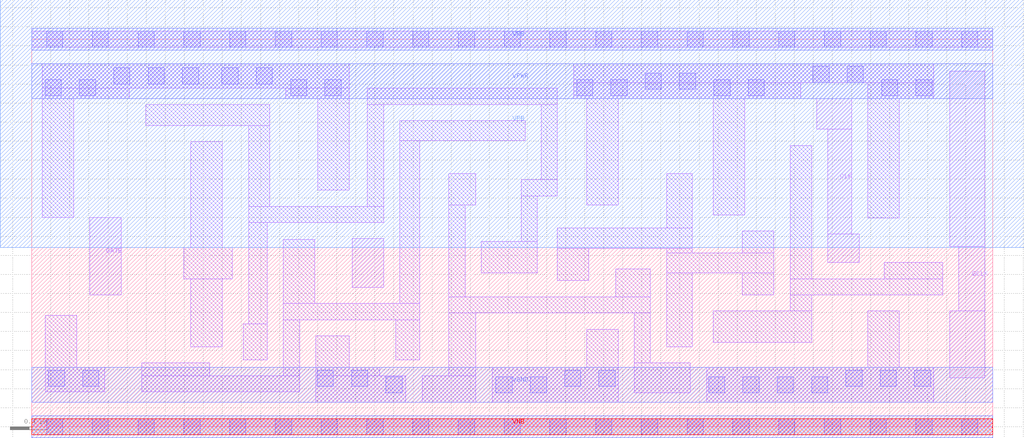
<source format=lef>
# Copyright 2020 The SkyWater PDK Authors
#
# Licensed under the Apache License, Version 2.0 (the "License");
# you may not use this file except in compliance with the License.
# You may obtain a copy of the License at
#
#     https://www.apache.org/licenses/LICENSE-2.0
#
# Unless required by applicable law or agreed to in writing, software
# distributed under the License is distributed on an "AS IS" BASIS,
# WITHOUT WARRANTIES OR CONDITIONS OF ANY KIND, either express or implied.
# See the License for the specific language governing permissions and
# limitations under the License.
#
# SPDX-License-Identifier: Apache-2.0

VERSION 5.7 ;
  NOWIREEXTENSIONATPIN ON ;
  DIVIDERCHAR "/" ;
  BUSBITCHARS "[]" ;
MACRO sky130_fd_sc_hvl__dlclkp_1
  CLASS CORE ;
  FOREIGN sky130_fd_sc_hvl__dlclkp_1 ;
  ORIGIN  0.000000  0.000000 ;
  SIZE  10.08000 BY  4.070000 ;
  SYMMETRY X Y ;
  SITE unithv ;
  PIN GATE
    ANTENNAGATEAREA  0.585000 ;
    DIRECTION INPUT ;
    USE SIGNAL ;
    PORT
      LAYER li1 ;
        RECT 0.610000 1.385000 0.940000 2.200000 ;
    END
  END GATE
  PIN GCLK
    ANTENNADIFFAREA  0.596250 ;
    DIRECTION OUTPUT ;
    USE SIGNAL ;
    PORT
      LAYER li1 ;
        RECT 9.630000 0.515000 9.995000 1.215000 ;
        RECT 9.630000 1.895000 9.995000 3.735000 ;
        RECT 9.725000 1.215000 9.995000 1.895000 ;
    END
  END GCLK
  PIN CLK
    ANTENNAGATEAREA  1.170000 ;
    DIRECTION INPUT ;
    USE CLOCK ;
    PORT
      LAYER li1 ;
        RECT 3.360000 1.465000 3.690000 1.975000 ;
        RECT 8.235000 3.125000 8.600000 3.445000 ;
        RECT 8.350000 1.725000 8.680000 2.025000 ;
        RECT 8.350000 2.025000 8.600000 3.125000 ;
    END
  END CLK
  PIN VGND
    DIRECTION INOUT ;
    USE GROUND ;
    PORT
      LAYER met1 ;
        RECT 0.000000 0.255000 10.080000 0.625000 ;
    END
  END VGND
  PIN VNB
    DIRECTION INOUT ;
    USE GROUND ;
    PORT
      LAYER met1 ;
        RECT 0.000000 -0.115000 10.080000 0.115000 ;
      LAYER pwell ;
        RECT 0.000000 -0.085000 10.080000 0.085000 ;
    END
  END VNB
  PIN VPB
    DIRECTION INOUT ;
    USE POWER ;
    PORT
      LAYER met1 ;
        RECT 0.000000 3.955000 10.080000 4.185000 ;
      LAYER nwell ;
        RECT -0.330000 1.885000 10.410000 4.485000 ;
    END
  END VPB
  PIN VPWR
    DIRECTION INOUT ;
    USE POWER ;
    PORT
      LAYER met1 ;
        RECT 0.000000 3.445000 10.080000 3.815000 ;
    END
  END VPWR
  OBS
    LAYER li1 ;
      RECT 0.000000 -0.085000 10.080000 0.085000 ;
      RECT 0.000000  3.985000 10.080000 4.155000 ;
      RECT 0.110000  2.200000  0.440000 3.445000 ;
      RECT 0.110000  3.445000  1.025000 3.555000 ;
      RECT 0.110000  3.555000  3.330000 3.815000 ;
      RECT 0.140000  0.365000  0.765000 0.625000 ;
      RECT 0.140000  0.625000  0.470000 1.170000 ;
      RECT 1.155000  0.365000  2.810000 0.535000 ;
      RECT 1.155000  0.535000  1.865000 0.670000 ;
      RECT 1.195000  3.165000  2.495000 3.385000 ;
      RECT 1.595000  1.555000  2.105000 1.885000 ;
      RECT 1.670000  0.840000  2.000000 1.555000 ;
      RECT 1.670000  1.885000  2.000000 2.995000 ;
      RECT 2.220000  0.705000  2.470000 1.080000 ;
      RECT 2.275000  1.080000  2.470000 2.145000 ;
      RECT 2.275000  2.145000  3.690000 2.315000 ;
      RECT 2.275000  2.315000  2.495000 3.165000 ;
      RECT 2.640000  0.535000  2.810000 1.125000 ;
      RECT 2.640000  1.125000  4.070000 1.295000 ;
      RECT 2.640000  1.295000  2.970000 1.965000 ;
      RECT 2.665000  3.445000  3.330000 3.555000 ;
      RECT 2.980000  0.255000  3.925000 0.535000 ;
      RECT 2.980000  0.535000  3.650000 0.625000 ;
      RECT 2.980000  0.625000  3.330000 0.955000 ;
      RECT 3.000000  2.485000  3.330000 3.445000 ;
      RECT 3.520000  2.315000  3.690000 3.385000 ;
      RECT 3.520000  3.385000  5.515000 3.555000 ;
      RECT 3.820000  0.705000  4.070000 1.125000 ;
      RECT 3.860000  1.295000  4.070000 3.005000 ;
      RECT 3.860000  3.005000  5.175000 3.215000 ;
      RECT 4.095000  0.255000  4.660000 0.535000 ;
      RECT 4.375000  0.535000  4.660000 1.195000 ;
      RECT 4.375000  1.195000  6.490000 1.365000 ;
      RECT 4.375000  1.365000  4.545000 2.330000 ;
      RECT 4.375000  2.330000  4.660000 2.660000 ;
      RECT 4.715000  1.615000  5.305000 1.945000 ;
      RECT 4.830000  0.255000  6.150000 0.625000 ;
      RECT 5.135000  1.945000  5.305000 2.425000 ;
      RECT 5.135000  2.425000  5.515000 2.595000 ;
      RECT 5.345000  2.595000  5.515000 3.385000 ;
      RECT 5.515000  1.535000  5.845000 1.875000 ;
      RECT 5.515000  1.875000  6.930000 2.085000 ;
      RECT 5.685000  3.445000  8.065000 3.615000 ;
      RECT 5.685000  3.615000  9.460000 3.815000 ;
      RECT 5.820000  0.625000  6.150000 1.025000 ;
      RECT 5.820000  2.330000  6.150000 3.445000 ;
      RECT 6.125000  1.365000  6.490000 1.655000 ;
      RECT 6.320000  0.355000  6.910000 0.670000 ;
      RECT 6.320000  0.670000  6.490000 1.195000 ;
      RECT 6.660000  0.840000  6.930000 1.615000 ;
      RECT 6.660000  1.615000  7.785000 1.825000 ;
      RECT 6.660000  1.825000  6.930000 1.875000 ;
      RECT 6.660000  2.085000  6.930000 2.660000 ;
      RECT 7.080000  0.255000  9.460000 0.625000 ;
      RECT 7.150000  0.885000  8.180000 1.215000 ;
      RECT 7.150000  2.225000  7.480000 3.445000 ;
      RECT 7.455000  1.385000  7.785000 1.615000 ;
      RECT 7.455000  1.825000  7.785000 2.055000 ;
      RECT 7.955000  1.215000  8.180000 1.385000 ;
      RECT 7.955000  1.385000  9.555000 1.555000 ;
      RECT 7.955000  1.555000  8.180000 2.955000 ;
      RECT 8.770000  0.625000  9.100000 1.215000 ;
      RECT 8.770000  2.195000  9.100000 3.445000 ;
      RECT 8.770000  3.445000  9.460000 3.615000 ;
      RECT 8.945000  1.555000  9.555000 1.725000 ;
    LAYER mcon ;
      RECT 0.140000  3.475000 0.310000 3.645000 ;
      RECT 0.155000 -0.085000 0.325000 0.085000 ;
      RECT 0.155000  3.985000 0.325000 4.155000 ;
      RECT 0.175000  0.425000 0.345000 0.595000 ;
      RECT 0.500000  3.475000 0.670000 3.645000 ;
      RECT 0.535000  0.425000 0.705000 0.595000 ;
      RECT 0.635000 -0.085000 0.805000 0.085000 ;
      RECT 0.635000  3.985000 0.805000 4.155000 ;
      RECT 0.860000  3.600000 1.030000 3.770000 ;
      RECT 1.115000 -0.085000 1.285000 0.085000 ;
      RECT 1.115000  3.985000 1.285000 4.155000 ;
      RECT 1.220000  3.600000 1.390000 3.770000 ;
      RECT 1.580000  3.600000 1.750000 3.770000 ;
      RECT 1.595000 -0.085000 1.765000 0.085000 ;
      RECT 1.595000  3.985000 1.765000 4.155000 ;
      RECT 1.995000  3.600000 2.165000 3.770000 ;
      RECT 2.075000 -0.085000 2.245000 0.085000 ;
      RECT 2.075000  3.985000 2.245000 4.155000 ;
      RECT 2.355000  3.600000 2.525000 3.770000 ;
      RECT 2.555000 -0.085000 2.725000 0.085000 ;
      RECT 2.555000  3.985000 2.725000 4.155000 ;
      RECT 2.715000  3.475000 2.885000 3.645000 ;
      RECT 2.995000  0.425000 3.165000 0.595000 ;
      RECT 3.035000 -0.085000 3.205000 0.085000 ;
      RECT 3.035000  3.985000 3.205000 4.155000 ;
      RECT 3.075000  3.475000 3.245000 3.645000 ;
      RECT 3.355000  0.425000 3.525000 0.595000 ;
      RECT 3.515000 -0.085000 3.685000 0.085000 ;
      RECT 3.515000  3.985000 3.685000 4.155000 ;
      RECT 3.715000  0.355000 3.885000 0.525000 ;
      RECT 3.995000 -0.085000 4.165000 0.085000 ;
      RECT 3.995000  3.985000 4.165000 4.155000 ;
      RECT 4.475000 -0.085000 4.645000 0.085000 ;
      RECT 4.475000  3.985000 4.645000 4.155000 ;
      RECT 4.870000  0.355000 5.040000 0.525000 ;
      RECT 4.955000 -0.085000 5.125000 0.085000 ;
      RECT 4.955000  3.985000 5.125000 4.155000 ;
      RECT 5.230000  0.355000 5.400000 0.525000 ;
      RECT 5.435000 -0.085000 5.605000 0.085000 ;
      RECT 5.435000  3.985000 5.605000 4.155000 ;
      RECT 5.590000  0.425000 5.760000 0.595000 ;
      RECT 5.715000  3.475000 5.885000 3.645000 ;
      RECT 5.915000 -0.085000 6.085000 0.085000 ;
      RECT 5.915000  3.985000 6.085000 4.155000 ;
      RECT 5.950000  0.425000 6.120000 0.595000 ;
      RECT 6.075000  3.475000 6.245000 3.645000 ;
      RECT 6.395000 -0.085000 6.565000 0.085000 ;
      RECT 6.395000  3.985000 6.565000 4.155000 ;
      RECT 6.435000  3.545000 6.605000 3.715000 ;
      RECT 6.795000  3.545000 6.965000 3.715000 ;
      RECT 6.875000 -0.085000 7.045000 0.085000 ;
      RECT 6.875000  3.985000 7.045000 4.155000 ;
      RECT 7.100000  0.355000 7.270000 0.525000 ;
      RECT 7.155000  3.475000 7.325000 3.645000 ;
      RECT 7.355000 -0.085000 7.525000 0.085000 ;
      RECT 7.355000  3.985000 7.525000 4.155000 ;
      RECT 7.460000  0.355000 7.630000 0.525000 ;
      RECT 7.515000  3.475000 7.685000 3.645000 ;
      RECT 7.820000  0.355000 7.990000 0.525000 ;
      RECT 7.835000 -0.085000 8.005000 0.085000 ;
      RECT 7.835000  3.985000 8.005000 4.155000 ;
      RECT 8.180000  0.355000 8.350000 0.525000 ;
      RECT 8.195000  3.615000 8.365000 3.785000 ;
      RECT 8.315000 -0.085000 8.485000 0.085000 ;
      RECT 8.315000  3.985000 8.485000 4.155000 ;
      RECT 8.540000  0.425000 8.710000 0.595000 ;
      RECT 8.555000  3.615000 8.725000 3.785000 ;
      RECT 8.795000 -0.085000 8.965000 0.085000 ;
      RECT 8.795000  3.985000 8.965000 4.155000 ;
      RECT 8.900000  0.425000 9.070000 0.595000 ;
      RECT 8.915000  3.475000 9.085000 3.645000 ;
      RECT 9.260000  0.425000 9.430000 0.595000 ;
      RECT 9.275000 -0.085000 9.445000 0.085000 ;
      RECT 9.275000  3.475000 9.445000 3.645000 ;
      RECT 9.275000  3.985000 9.445000 4.155000 ;
      RECT 9.755000 -0.085000 9.925000 0.085000 ;
      RECT 9.755000  3.985000 9.925000 4.155000 ;
  END
END sky130_fd_sc_hvl__dlclkp_1
END LIBRARY

</source>
